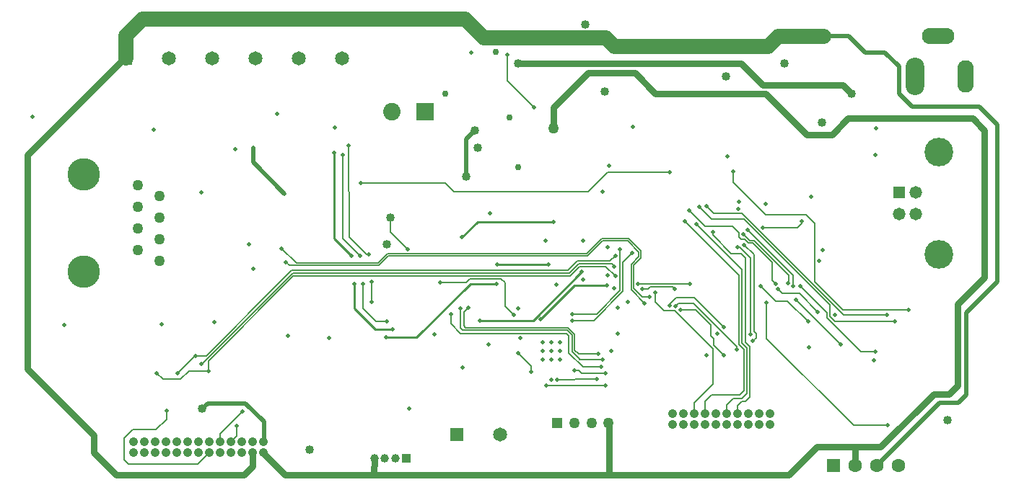
<source format=gbr>
%TF.GenerationSoftware,KiCad,Pcbnew,7.0.1*%
%TF.CreationDate,2023-06-09T14:16:41-07:00*%
%TF.ProjectId,Engine-Controller,456e6769-6e65-42d4-936f-6e74726f6c6c,1.0*%
%TF.SameCoordinates,Original*%
%TF.FileFunction,Copper,L4,Bot*%
%TF.FilePolarity,Positive*%
%FSLAX46Y46*%
G04 Gerber Fmt 4.6, Leading zero omitted, Abs format (unit mm)*
G04 Created by KiCad (PCBNEW 7.0.1) date 2023-06-09 14:16:41*
%MOMM*%
%LPD*%
G01*
G04 APERTURE LIST*
%TA.AperFunction,ComponentPad*%
%ADD10C,0.500000*%
%TD*%
%TA.AperFunction,ComponentPad*%
%ADD11C,1.066800*%
%TD*%
%TA.AperFunction,ComponentPad*%
%ADD12C,3.810000*%
%TD*%
%TA.AperFunction,ComponentPad*%
%ADD13C,1.270000*%
%TD*%
%TA.AperFunction,ComponentPad*%
%ADD14R,1.478000X1.478000*%
%TD*%
%TA.AperFunction,ComponentPad*%
%ADD15C,1.478000*%
%TD*%
%TA.AperFunction,ComponentPad*%
%ADD16C,3.366000*%
%TD*%
%TA.AperFunction,ComponentPad*%
%ADD17R,1.008000X1.008000*%
%TD*%
%TA.AperFunction,ComponentPad*%
%ADD18C,1.008000*%
%TD*%
%TA.AperFunction,ComponentPad*%
%ADD19R,2.050000X2.050000*%
%TD*%
%TA.AperFunction,ComponentPad*%
%ADD20C,2.050000*%
%TD*%
%TA.AperFunction,ComponentPad*%
%ADD21R,1.650000X1.650000*%
%TD*%
%TA.AperFunction,ComponentPad*%
%ADD22C,1.650000*%
%TD*%
%TA.AperFunction,ComponentPad*%
%ADD23R,1.258000X1.258000*%
%TD*%
%TA.AperFunction,ComponentPad*%
%ADD24C,1.258000*%
%TD*%
%TA.AperFunction,ComponentPad*%
%ADD25O,2.200000X4.400000*%
%TD*%
%TA.AperFunction,ComponentPad*%
%ADD26O,1.900000X3.800000*%
%TD*%
%TA.AperFunction,ComponentPad*%
%ADD27O,3.800000X1.900000*%
%TD*%
%TA.AperFunction,ComponentPad*%
%ADD28R,1.605000X1.605000*%
%TD*%
%TA.AperFunction,ComponentPad*%
%ADD29C,1.605000*%
%TD*%
%TA.AperFunction,ViaPad*%
%ADD30C,0.500000*%
%TD*%
%TA.AperFunction,ViaPad*%
%ADD31C,1.016000*%
%TD*%
%TA.AperFunction,ViaPad*%
%ADD32C,0.762000*%
%TD*%
%TA.AperFunction,ViaPad*%
%ADD33C,1.270000*%
%TD*%
%TA.AperFunction,Conductor*%
%ADD34C,0.177800*%
%TD*%
%TA.AperFunction,Conductor*%
%ADD35C,0.508000*%
%TD*%
%TA.AperFunction,Conductor*%
%ADD36C,0.762000*%
%TD*%
%TA.AperFunction,Conductor*%
%ADD37C,1.778000*%
%TD*%
%TA.AperFunction,Conductor*%
%ADD38C,0.254000*%
%TD*%
G04 APERTURE END LIST*
D10*
%TO.P,U14,21,GND*%
%TO.N,Earth*%
X148809200Y-135804400D03*
X148809200Y-136804400D03*
X148809200Y-137804400D03*
X149809200Y-135804400D03*
X149809200Y-136804400D03*
X149809200Y-137804400D03*
X150809200Y-135804400D03*
X150809200Y-136804400D03*
X150809200Y-137804400D03*
%TD*%
D11*
%TO.P,P8,1,1*%
%TO.N,5V*%
X116001800Y-147523200D03*
%TO.P,P8,2,2*%
X116001800Y-148793200D03*
%TO.P,P8,3,3*%
%TO.N,VIN*%
X114731800Y-147523200D03*
%TO.P,P8,4,4*%
X114731800Y-148793200D03*
%TO.P,P8,5,5*%
%TO.N,PT1+*%
X113461800Y-147523200D03*
%TO.P,P8,6,6*%
%TO.N,PT1-*%
X113461800Y-148793200D03*
%TO.P,P8,7,7*%
%TO.N,PT2+*%
X112191800Y-147523200D03*
%TO.P,P8,8,8*%
%TO.N,PT2-*%
X112191800Y-148793200D03*
%TO.P,P8,9,9*%
%TO.N,PT3+*%
X110921800Y-147523200D03*
%TO.P,P8,10,10*%
%TO.N,PT3-*%
X110921800Y-148793200D03*
%TO.P,P8,11,11*%
%TO.N,PT4+*%
X109651800Y-147523200D03*
%TO.P,P8,12,12*%
%TO.N,PT4-*%
X109651800Y-148793200D03*
%TO.P,P8,13,13*%
%TO.N,PT5+*%
X108381800Y-147523200D03*
%TO.P,P8,14,14*%
%TO.N,Earth*%
X108381800Y-148793200D03*
%TO.P,P8,15,15*%
%TO.N,PT6+*%
X107111800Y-147523200D03*
%TO.P,P8,16,16*%
%TO.N,Earth*%
X107111800Y-148793200D03*
%TO.P,P8,17,17*%
%TO.N,PT7+*%
X105841800Y-147523200D03*
%TO.P,P8,18,18*%
%TO.N,Earth*%
X105841800Y-148793200D03*
%TO.P,P8,19,19*%
%TO.N,PT8+*%
X104571800Y-147523200D03*
%TO.P,P8,20,20*%
%TO.N,Earth*%
X104571800Y-148793200D03*
%TO.P,P8,21,21*%
X103301800Y-147523200D03*
%TO.P,P8,22,22*%
X103301800Y-148793200D03*
%TO.P,P8,23,23*%
X102031800Y-147523200D03*
%TO.P,P8,24,24*%
X102031800Y-148793200D03*
%TO.P,P8,25,25*%
X100761800Y-147523200D03*
%TO.P,P8,26,26*%
X100761800Y-148793200D03*
%TD*%
D12*
%TO.P,P9,10*%
%TO.N,N/C*%
X94894400Y-127533400D03*
%TO.P,P9,9*%
X94894400Y-116103400D03*
D13*
%TO.P,P9,8*%
%TO.N,A*%
X103784400Y-126263400D03*
%TO.P,P9,7*%
%TO.N,B*%
X101244400Y-124993400D03*
%TO.P,P9,6*%
%TO.N,unconnected-(P9-Pad6)*%
X103784400Y-123723400D03*
%TO.P,P9,5*%
%TO.N,unconnected-(P9-Pad5)*%
X101244400Y-122453400D03*
%TO.P,P9,4*%
%TO.N,unconnected-(P9-Pad4)*%
X103784400Y-121183400D03*
%TO.P,P9,3*%
%TO.N,unconnected-(P9-Pad3)*%
X101244400Y-119913400D03*
%TO.P,P9,2*%
%TO.N,Y*%
X103784400Y-118643400D03*
%TO.P,P9,1*%
%TO.N,Z*%
X101244400Y-117373400D03*
%TD*%
D14*
%TO.P,P5,1,VCC*%
%TO.N,5V_USB*%
X190574500Y-118231600D03*
D15*
%TO.P,P5,2,D-*%
%TO.N,/Page2/D-*%
X190574500Y-120731600D03*
%TO.P,P5,3,D+*%
%TO.N,/Page2/D+*%
X192574500Y-120731600D03*
%TO.P,P5,4,GND*%
%TO.N,Earth*%
X192574500Y-118231600D03*
D16*
%TO.P,P5,S1,SHIELD*%
X195284500Y-125501600D03*
%TO.P,P5,S2,SHIELD*%
X195284500Y-113461600D03*
%TD*%
D17*
%TO.P,P17,1,+12V*%
%TO.N,Earth*%
X132761200Y-149420500D03*
D18*
%TO.P,P17,2,GND*%
%TO.N,/Sensors/LC+*%
X131511200Y-149420500D03*
%TO.P,P17,3,3*%
%TO.N,/Sensors/LC-*%
X130261200Y-149420500D03*
%TO.P,P17,4,4*%
%TO.N,5V*%
X129011200Y-149420500D03*
%TD*%
D19*
%TO.P,P7,1,1*%
%TO.N,V_HEAD*%
X134991700Y-108682900D03*
D20*
%TO.P,P7,2,2*%
%TO.N,Earth*%
X131031700Y-108682900D03*
%TD*%
D21*
%TO.P,P2,1,5*%
%TO.N,VIN*%
X99847400Y-102412800D03*
D22*
%TO.P,P2,2,6*%
%TO.N,Net-(P2A-6)*%
X104927400Y-102412800D03*
%TO.P,P2,3,5*%
%TO.N,SP_CONT*%
X110007400Y-102412800D03*
%TO.P,P2,4,6*%
%TO.N,Earth*%
X115087400Y-102412800D03*
%TO.P,P2,5,5*%
%TO.N,NOZ_CONT*%
X120167400Y-102412800D03*
%TO.P,P2,6,6*%
%TO.N,Earth*%
X125247400Y-102412800D03*
%TD*%
D11*
%TO.P,P3,1,1*%
%TO.N,3.3V*%
X175463200Y-144159350D03*
%TO.P,P3,2,2*%
X175463200Y-145429350D03*
%TO.P,P3,3,3*%
%TO.N,Earth*%
X174193200Y-144159350D03*
%TO.P,P3,4,4*%
X174193200Y-145429350D03*
%TO.P,P3,5,5*%
X172923200Y-144159350D03*
%TO.P,P3,6,6*%
X172923200Y-145429350D03*
%TO.P,P3,7,7*%
%TO.N,SWDIO*%
X171653200Y-144159350D03*
%TO.P,P3,8,8*%
%TO.N,Earth*%
X171653200Y-145429350D03*
%TO.P,P3,9,9*%
%TO.N,SWCLK*%
X170383200Y-144159350D03*
%TO.P,P3,10,10*%
%TO.N,Earth*%
X170383200Y-145429350D03*
%TO.P,P3,11,11*%
%TO.N,unconnected-(P3-Pad11)*%
X169113200Y-144159350D03*
%TO.P,P3,12,12*%
%TO.N,Earth*%
X169113200Y-145429350D03*
%TO.P,P3,13,13*%
%TO.N,SWO*%
X167843200Y-144159350D03*
%TO.P,P3,14,14*%
%TO.N,Earth*%
X167843200Y-145429350D03*
%TO.P,P3,15,15*%
%TO.N,NRST*%
X166573200Y-144159350D03*
%TO.P,P3,16,16*%
%TO.N,Earth*%
X166573200Y-145429350D03*
%TO.P,P3,17,17*%
%TO.N,unconnected-(P3-Pad17)*%
X165303200Y-144159350D03*
%TO.P,P3,18,18*%
%TO.N,Earth*%
X165303200Y-145429350D03*
%TO.P,P3,19,19*%
%TO.N,unconnected-(P3-Pad19)*%
X164033200Y-144159350D03*
%TO.P,P3,20,20*%
%TO.N,Earth*%
X164033200Y-145429350D03*
%TD*%
D23*
%TO.P,P6,1,+12V*%
%TO.N,Earth*%
X150492200Y-145326400D03*
D24*
%TO.P,P6,2,GND*%
%TO.N,ValveCtrl_RX*%
X152492200Y-145326400D03*
%TO.P,P6,3,3*%
%TO.N,ValveCtrl_TX*%
X154492200Y-145326400D03*
%TO.P,P6,4,4*%
%TO.N,5V*%
X156492200Y-145326400D03*
%TD*%
D25*
%TO.P,P1,1*%
%TO.N,Net-(D5-Pad2)*%
X192443200Y-104546400D03*
D26*
%TO.P,P1,2*%
%TO.N,Earth*%
X198398200Y-104546400D03*
D27*
%TO.P,P1,3,MountPin*%
X195148200Y-99856400D03*
%TD*%
D21*
%TO.P,P11,1,5*%
%TO.N,/Sensors/TC+*%
X138709400Y-146685000D03*
D22*
%TO.P,P11,2,6*%
%TO.N,/Sensors/TC-*%
X143789400Y-146685000D03*
%TD*%
D28*
%TO.P,P18,1,+12V*%
%TO.N,3.3V*%
X182905400Y-150266400D03*
D29*
%TO.P,P18,2,GND*%
%TO.N,5V*%
X185445400Y-150266400D03*
%TO.P,P18,3,3*%
%TO.N,VIN*%
X187985400Y-150266400D03*
%TO.P,P18,4,4*%
%TO.N,Earth*%
X190525400Y-150266400D03*
%TD*%
D30*
%TO.N,PT_MUX_C*%
X109550200Y-139166600D03*
%TO.N,Earth*%
X123672600Y-135280400D03*
X112730000Y-113126800D03*
X108712000Y-118211600D03*
%TO.N,3.3V*%
X124358400Y-110566200D03*
X117652800Y-108966000D03*
%TO.N,5V*%
X114808000Y-112979200D03*
X118491000Y-118338600D03*
%TO.N,Earth*%
X88950800Y-109321600D03*
%TO.N,USB_DETECT*%
X127457200Y-117119400D03*
%TO.N,Earth*%
X103174800Y-110820200D03*
%TO.N,RS485_TX*%
X118160800Y-124764800D03*
%TO.N,RS485_RX*%
X118668800Y-126390400D03*
%TO.N,SDA*%
X157861000Y-124917200D03*
%TO.N,SCL*%
X159258000Y-125349000D03*
%TO.N,RS485_RX*%
X160731200Y-131241800D03*
%TO.N,RS485_TX*%
X161290000Y-130479800D03*
%TO.N,Earth*%
X92633800Y-133807200D03*
D31*
%TO.N,5V*%
X108813600Y-143637000D03*
D30*
%TO.N,PT_MUX_C*%
X103505000Y-139420600D03*
%TO.N,PT_MUX_A*%
X108026200Y-137414000D03*
X105918000Y-139471400D03*
%TO.N,PT_MUX_B*%
X108737400Y-138328400D03*
%TO.N,Earth*%
X110236000Y-133477000D03*
X104063800Y-133680200D03*
X118922800Y-135026400D03*
%TO.N,PT*%
X130429000Y-135229600D03*
D31*
%TO.N,Earth*%
X121462800Y-148437600D03*
D30*
%TO.N,PT4-*%
X104622600Y-143865600D03*
%TO.N,PT3+*%
X113512600Y-143916400D03*
%TO.N,PT2+*%
X112877600Y-145643600D03*
%TO.N,3.3V*%
X114833400Y-127152400D03*
%TO.N,Earth*%
X114350800Y-124333000D03*
X133121400Y-143586200D03*
X139395200Y-138785600D03*
X180035200Y-136423400D03*
D31*
X130441700Y-124294900D03*
D30*
X181610000Y-124968000D03*
X187909200Y-110642400D03*
D32*
X144856200Y-109372400D03*
D30*
X171692200Y-120128400D03*
D32*
X137337800Y-106603800D03*
D31*
X170256200Y-104546400D03*
X181559200Y-110007400D03*
D30*
X181229000Y-126212600D03*
D31*
X177114200Y-103022400D03*
D30*
X167970200Y-137312400D03*
D31*
X156032200Y-106324400D03*
D30*
X142570200Y-120650000D03*
X157175200Y-129438400D03*
X156794200Y-136804400D03*
X174967000Y-119546000D03*
D31*
X153746200Y-98450400D03*
D30*
X146126200Y-135280400D03*
X149072600Y-123901200D03*
X153492200Y-123850400D03*
D32*
X145858200Y-115228400D03*
X143261200Y-101681400D03*
D30*
X142443200Y-136042400D03*
X180242200Y-118690400D03*
X170408600Y-113995200D03*
X136093200Y-134899400D03*
X156564700Y-115062900D03*
X150381600Y-128993000D03*
D31*
X196285800Y-144912400D03*
D30*
%TO.N,3.3V*%
X156397200Y-124628400D03*
X183083200Y-132613400D03*
X145872200Y-131851400D03*
X149809200Y-140233400D03*
X187782200Y-113817400D03*
X157556200Y-134772400D03*
X187638600Y-137930800D03*
D31*
X141173200Y-112928400D03*
D30*
X169240200Y-134772400D03*
X140411200Y-101752400D03*
X171780200Y-119278400D03*
X155778200Y-118135400D03*
X159334200Y-110515400D03*
%TO.N,SWCLK*%
X166827200Y-121945400D03*
%TO.N,SWDIO*%
X168732200Y-122834400D03*
D33*
%TO.N,5V*%
X150063200Y-110642400D03*
D31*
X140792200Y-110896400D03*
X139776200Y-116357400D03*
D30*
%TO.N,SDA*%
X152222200Y-132486400D03*
%TO.N,SCL*%
X152222200Y-133248400D03*
D31*
%TO.N,A3.3V*%
X130886200Y-121183400D03*
D30*
X156342200Y-129128400D03*
X148539200Y-133121400D03*
X145364200Y-132613400D03*
X132918200Y-124866400D03*
X136728200Y-128803400D03*
%TO.N,/Sensors/TC+*%
X145872680Y-137057920D03*
X147433200Y-139254400D03*
%TO.N,SD_DAT2*%
X189179200Y-132613400D03*
X167970200Y-119786400D03*
%TO.N,SD_DAT3*%
X167144700Y-119849900D03*
X190068200Y-133375400D03*
%TO.N,SD_CMD*%
X165938200Y-120294400D03*
X187782200Y-136931400D03*
X179019200Y-129184400D03*
X176098200Y-128930400D03*
%TO.N,SD_CLK*%
X191719200Y-131978400D03*
X171145200Y-115722400D03*
%TO.N,SD_DAT0*%
X171653200Y-124612400D03*
X173177200Y-134899400D03*
%TO.N,SD_DAT1*%
X173431200Y-135661400D03*
X172415200Y-124358400D03*
%TO.N,PT5+*%
X153492200Y-128422400D03*
%TO.N,PT6+*%
X156413200Y-127914400D03*
%TO.N,PT7+*%
X157556200Y-131724400D03*
%TO.N,PT8+*%
X158775400Y-131089400D03*
%TO.N,SD_DETECT*%
X175043200Y-131128400D03*
X189214600Y-145532000D03*
%TO.N,FLASH_MOSI*%
X183718200Y-136042400D03*
X178511200Y-130835400D03*
%TO.N,FLASH_WP*%
X174320200Y-129184400D03*
X179908200Y-133375400D03*
%TO.N,STATUS_B*%
X170002200Y-137312400D03*
X164922200Y-131978400D03*
%TO.N,STATUS_G*%
X164350700Y-131533900D03*
X171526200Y-136677400D03*
%TO.N,STATUS_R*%
X163652200Y-131470400D03*
X170002200Y-134010400D03*
%TO.N,FLASH_HOLD*%
X181051200Y-132232400D03*
X176352200Y-129565400D03*
%TO.N,USB_DETECT*%
X163652200Y-115849400D03*
D31*
%TO.N,5V_USB*%
X184988200Y-106578400D03*
X145872200Y-103022400D03*
D30*
%TO.N,5V_SRC*%
X144602200Y-102006400D03*
X147777200Y-108229400D03*
%TO.N,NRST*%
X162001200Y-129946400D03*
D33*
%TO.N,VIN*%
X181705250Y-99802950D03*
D30*
%TO.N,FIRE*%
X149999200Y-121628400D03*
X139268200Y-123469400D03*
%TO.N,PT*%
X143475200Y-126628400D03*
X149444200Y-126628400D03*
X143332200Y-128930400D03*
%TO.N,LC*%
X153365200Y-127533400D03*
X141427200Y-133248400D03*
%TO.N,SWO*%
X165430200Y-121564400D03*
%TO.N,TC_ALERT*%
X152476200Y-139090400D03*
X156159200Y-139471400D03*
%TO.N,TC_OC*%
X150459200Y-140218400D03*
X155143200Y-140106400D03*
%TO.N,TC_SC*%
X156174200Y-140853400D03*
X149159200Y-140853400D03*
%TO.N,SP_CONT*%
X124282200Y-113563400D03*
X126695200Y-128930400D03*
X131140200Y-134264400D03*
X155651200Y-138709400D03*
X137998200Y-132486400D03*
X126314200Y-125628400D03*
%TO.N,NOZ_CONT*%
X139141200Y-131851400D03*
X155778200Y-137820400D03*
X130505200Y-133375400D03*
X125298200Y-113766600D03*
X127330200Y-125628400D03*
X127711200Y-128930400D03*
%TO.N,PT_MUX_A*%
X157302200Y-125628400D03*
%TO.N,~{USB_SUSPEND}*%
X179146200Y-121564400D03*
X174574200Y-122326400D03*
%TO.N,E_CONT*%
X140030200Y-131724400D03*
X128727200Y-131089400D03*
X126034800Y-112699800D03*
X128346200Y-125501400D03*
X155270200Y-137185400D03*
X128727200Y-128676400D03*
%TO.N,RX_USB*%
X172328200Y-123128400D03*
X177518600Y-128826800D03*
%TO.N,TX_USB*%
X172844200Y-122628400D03*
X178130200Y-129184400D03*
%TO.N,PT_MUX_B*%
X166065200Y-128930400D03*
X157175200Y-126898400D03*
X159969200Y-128930400D03*
%TO.N,PT_MUX_C*%
X164287200Y-129565400D03*
X157302200Y-128041400D03*
X160477200Y-129565400D03*
%TD*%
D34*
%TO.N,NOZ_CONT*%
X125298200Y-113766600D02*
X125298200Y-123596400D01*
X125298200Y-123596400D02*
X127330200Y-125628400D01*
D35*
%TO.N,5V*%
X118491000Y-118338600D02*
X114808000Y-114655600D01*
X114808000Y-114655600D02*
X114808000Y-112979200D01*
D34*
%TO.N,USB_DETECT*%
X127457200Y-117119400D02*
X137363200Y-117119400D01*
X137363200Y-117119400D02*
X138379200Y-118135400D01*
X138379200Y-118135400D02*
X154127200Y-118135400D01*
X154127200Y-118135400D02*
X156413200Y-115849400D01*
X156413200Y-115849400D02*
X163652200Y-115849400D01*
%TO.N,E_CONT*%
X126060200Y-123469400D02*
X128092200Y-125501400D01*
X126034800Y-112699800D02*
X126060200Y-123469400D01*
X128092200Y-125501400D02*
X128346200Y-125501400D01*
%TO.N,RS485_TX*%
X161290000Y-130479800D02*
X160477200Y-130479800D01*
X160477200Y-130479800D02*
X159461200Y-129463800D01*
X159461200Y-129463800D02*
X159461200Y-126746000D01*
X160312474Y-125058022D02*
X158850852Y-123596400D01*
X159461200Y-126746000D02*
X160312474Y-125894726D01*
X160312474Y-125894726D02*
X160312474Y-125058022D01*
X158850852Y-123596400D02*
X155702748Y-123596400D01*
X155702748Y-123596400D02*
X153924748Y-125374400D01*
X153924748Y-125374400D02*
X130531348Y-125374400D01*
X130531348Y-125374400D02*
X129439148Y-126466600D01*
X129439148Y-126466600D02*
X119862600Y-126466600D01*
X119862600Y-126466600D02*
X118160800Y-124764800D01*
%TO.N,RS485_RX*%
X160731200Y-131241800D02*
X159156400Y-129667000D01*
X159156400Y-126619748D02*
X160007674Y-125768474D01*
X129565400Y-126771400D02*
X119049800Y-126771400D01*
X119049800Y-126771400D02*
X118668800Y-126390400D01*
X159156400Y-129667000D02*
X159156400Y-126619748D01*
X154051000Y-125679200D02*
X130657600Y-125679200D01*
X160007674Y-125768474D02*
X160007674Y-125184274D01*
X158724600Y-123901200D02*
X155829000Y-123901200D01*
X160007674Y-125184274D02*
X158724600Y-123901200D01*
X155829000Y-123901200D02*
X154051000Y-125679200D01*
X130657600Y-125679200D02*
X129565400Y-126771400D01*
%TO.N,SDA*%
X157861000Y-124917200D02*
X157849013Y-129731213D01*
X157849013Y-129731213D02*
X155093826Y-132486400D01*
X155093826Y-132486400D02*
X152222200Y-132486400D01*
%TO.N,SCL*%
X158191200Y-129819400D02*
X158191200Y-126415800D01*
X158191200Y-126415800D02*
X159258000Y-125349000D01*
D36*
%TO.N,5V*%
X156565600Y-151409400D02*
X156565600Y-145237200D01*
X177622200Y-151409400D02*
X156565600Y-151409400D01*
X156565600Y-151409400D02*
X154000200Y-151409400D01*
%TO.N,VIN*%
X114731800Y-148793200D02*
X114731800Y-150393400D01*
X114731800Y-150393400D02*
X113741200Y-151384000D01*
X113741200Y-151384000D02*
X98704400Y-151384000D01*
X98704400Y-151384000D02*
X96088200Y-148767800D01*
X96088200Y-148767800D02*
X96088200Y-146710400D01*
X96088200Y-146710400D02*
X88341200Y-138963400D01*
X88341200Y-138963400D02*
X88341200Y-113817400D01*
X88341200Y-113817400D02*
X99695000Y-102463600D01*
D37*
X139649200Y-97815400D02*
X104927400Y-97815400D01*
X99847400Y-99720400D02*
X99847400Y-102362000D01*
X104927400Y-97815400D02*
X101752400Y-97815400D01*
X101752400Y-97815400D02*
X99847400Y-99720400D01*
X181705250Y-99802950D02*
X176396650Y-99802950D01*
X176396650Y-99802950D02*
X175209200Y-100990400D01*
X175209200Y-100990400D02*
X157175200Y-100990400D01*
X157175200Y-100990400D02*
X156159200Y-99974400D01*
X156159200Y-99974400D02*
X141808200Y-99974400D01*
X141808200Y-99974400D02*
X139649200Y-97815400D01*
D35*
%TO.N,5V*%
X113919000Y-143002000D02*
X116078000Y-145161000D01*
X108813600Y-143637000D02*
X109448600Y-143002000D01*
X109448600Y-143002000D02*
X113919000Y-143002000D01*
X116078000Y-145161000D02*
X116078000Y-147447000D01*
D34*
%TO.N,PT_MUX_C*%
X106273600Y-140157200D02*
X104241600Y-140157200D01*
X109550200Y-139166600D02*
X107264200Y-139166600D01*
X107264200Y-139166600D02*
X106273600Y-140157200D01*
X104241600Y-140157200D02*
X103505000Y-139420600D01*
%TO.N,PT_MUX_A*%
X108001548Y-137389348D02*
X108000052Y-137389348D01*
X108026200Y-137414000D02*
X108001548Y-137389348D01*
X108050852Y-137389348D02*
X108026200Y-137414000D01*
X157302200Y-125628400D02*
X156667200Y-126263400D01*
X156667200Y-126263400D02*
X152857200Y-126263400D01*
X152857200Y-126263400D02*
X151764520Y-127356080D01*
X119303320Y-127356080D02*
X117729000Y-128930400D01*
X151764520Y-127356080D02*
X119303320Y-127356080D01*
X117729000Y-128930400D02*
X117729000Y-128931896D01*
X117729000Y-128931896D02*
X109271548Y-137389348D01*
X109271548Y-137389348D02*
X108050852Y-137389348D01*
X108000052Y-137389348D02*
X105918000Y-139471400D01*
%TO.N,PT_MUX_B*%
X108737400Y-138328400D02*
X108763548Y-138328400D01*
X108763548Y-138328400D02*
X119431548Y-127660400D01*
X119431548Y-127660400D02*
X151918826Y-127660400D01*
X151918826Y-127660400D02*
X152985147Y-126594080D01*
X152985147Y-126594080D02*
X156870880Y-126594080D01*
X156870880Y-126594080D02*
X157175200Y-126898400D01*
%TO.N,PT_MUX_C*%
X109550200Y-139166600D02*
X109550200Y-137972800D01*
X109550200Y-137972800D02*
X119481600Y-128041400D01*
X119481600Y-128041400D02*
X151968200Y-128041400D01*
X151968200Y-128041400D02*
X153111200Y-126898400D01*
X153111200Y-126898400D02*
X156159200Y-126898400D01*
X156159200Y-126898400D02*
X157302200Y-128041400D01*
D38*
%TO.N,PT*%
X130429000Y-135229600D02*
X133985000Y-135229600D01*
X133985000Y-135229600D02*
X140284200Y-128930400D01*
X140284200Y-128930400D02*
X143332200Y-128930400D01*
D36*
%TO.N,5V*%
X129006600Y-149377400D02*
X128981200Y-151409400D01*
X129946400Y-151409400D02*
X118516400Y-151409400D01*
X118516400Y-151409400D02*
X115976400Y-148869400D01*
X129540000Y-151409400D02*
X129946400Y-151409400D01*
X129946400Y-151409400D02*
X150698200Y-151409400D01*
D34*
%TO.N,PT4-*%
X109651800Y-148793200D02*
X108305600Y-150139400D01*
X108305600Y-150139400D02*
X100203000Y-150139400D01*
X100203000Y-150139400D02*
X99695000Y-149631400D01*
X99695000Y-149631400D02*
X99695000Y-147040600D01*
X99695000Y-147040600D02*
X100660200Y-146075400D01*
X100660200Y-146075400D02*
X103403400Y-146075400D01*
X103403400Y-146075400D02*
X104622600Y-144856200D01*
X104622600Y-144856200D02*
X104622600Y-143865600D01*
%TO.N,PT3+*%
X110921800Y-147523200D02*
X110921800Y-146532600D01*
X110921800Y-146532600D02*
X113512600Y-143916400D01*
%TO.N,PT2+*%
X112191800Y-147523200D02*
X112877600Y-146837400D01*
X112877600Y-146837400D02*
X112877600Y-145643600D01*
%TO.N,SWCLK*%
X172161200Y-142392400D02*
X171145200Y-142392400D01*
X171145200Y-142392400D02*
X170383200Y-143154400D01*
X172745880Y-136500080D02*
X172745880Y-141807720D01*
X172161200Y-135915400D02*
X172745880Y-136500080D01*
X170383200Y-143154400D02*
X170383200Y-143916400D01*
X172161200Y-127279400D02*
X172161200Y-135915400D01*
X166827200Y-121945400D02*
X172161200Y-127279400D01*
X172745880Y-141807720D02*
X172161200Y-142392400D01*
%TO.N,SWDIO*%
X172542200Y-135788400D02*
X173050200Y-136296400D01*
X171653200Y-143281400D02*
X171653200Y-144043400D01*
X172161200Y-142773400D02*
X171653200Y-143281400D01*
X168732200Y-123215400D02*
X170891200Y-125374400D01*
X173050200Y-142265400D02*
X172542200Y-142773400D01*
X168732200Y-122834400D02*
X168732200Y-123215400D01*
X172542200Y-125882400D02*
X172542200Y-135788400D01*
X170891200Y-125374400D02*
X172034200Y-125374400D01*
X172034200Y-125374400D02*
X172542200Y-125882400D01*
X172542200Y-142773400D02*
X172161200Y-142773400D01*
X173050200Y-136296400D02*
X173050200Y-142265400D01*
D36*
%TO.N,5V*%
X197434200Y-140868400D02*
X197434200Y-131343400D01*
X179781200Y-111404400D02*
X174955200Y-106578400D01*
X199212200Y-109499400D02*
X184607200Y-109499400D01*
X194640200Y-141884400D02*
X196418200Y-141884400D01*
X184607200Y-109499400D02*
X182702200Y-111404400D01*
X185369200Y-148107400D02*
X188417200Y-148107400D01*
X185445400Y-150266400D02*
X185445400Y-148183600D01*
D35*
X139776200Y-116357400D02*
X139776200Y-111912400D01*
D36*
X174955200Y-106578400D02*
X166446200Y-106578400D01*
X200609200Y-128168400D02*
X200609200Y-110896400D01*
X180924200Y-148107400D02*
X177622200Y-151409400D01*
X154000200Y-151409400D02*
X150698200Y-151409400D01*
X154127200Y-104165400D02*
X150063200Y-108229400D01*
X159588200Y-104165400D02*
X154127200Y-104165400D01*
X196418200Y-141884400D02*
X197434200Y-140868400D01*
X185445400Y-148183600D02*
X185369200Y-148107400D01*
X197434200Y-131343400D02*
X200609200Y-128168400D01*
X188417200Y-148107400D02*
X194640200Y-141884400D01*
X182702200Y-111404400D02*
X179781200Y-111404400D01*
X166446200Y-106578400D02*
X162001200Y-106578400D01*
X162001200Y-106578400D02*
X159588200Y-104165400D01*
X185369200Y-148107400D02*
X180924200Y-148107400D01*
X150063200Y-108229400D02*
X150063200Y-110642400D01*
D35*
X139776200Y-111912400D02*
X140792200Y-110896400D01*
D36*
X200609200Y-110896400D02*
X199212200Y-109499400D01*
D34*
%TO.N,SCL*%
X152222200Y-133248400D02*
X154762200Y-133248400D01*
X154762200Y-133248400D02*
X158191200Y-129819400D01*
%TO.N,A3.3V*%
X144348200Y-128803400D02*
X144348200Y-131597400D01*
X143890520Y-128345720D02*
X144348200Y-128803400D01*
X136728200Y-128803400D02*
X139776200Y-128803400D01*
X139776200Y-128803400D02*
X140233880Y-128345720D01*
X130886200Y-122834400D02*
X130886200Y-121183400D01*
X140233880Y-128345720D02*
X143890520Y-128345720D01*
D38*
X152532200Y-129128400D02*
X148539200Y-133121400D01*
D34*
X132918200Y-124866400D02*
X130886200Y-122834400D01*
D38*
X156342200Y-129128400D02*
X152532200Y-129128400D01*
D34*
X144348200Y-131597400D02*
X145364200Y-132613400D01*
%TO.N,/Sensors/TC+*%
X147433200Y-139254400D02*
X147433200Y-138618440D01*
X147433200Y-138618440D02*
X145872680Y-137057920D01*
%TO.N,SD_DAT2*%
X167970200Y-119786400D02*
X168859200Y-120675400D01*
X172161200Y-120675400D02*
X184099200Y-132613400D01*
X184099200Y-132613400D02*
X189179200Y-132613400D01*
X168859200Y-120675400D02*
X172161200Y-120675400D01*
%TO.N,SD_DAT3*%
X182448200Y-131392774D02*
X182448200Y-132740400D01*
X182448200Y-132740400D02*
X183083200Y-133375400D01*
X168605200Y-121310400D02*
X172365826Y-121310400D01*
X167144700Y-119849900D02*
X168605200Y-121310400D01*
X172365826Y-121310400D02*
X182448200Y-131392774D01*
X183083200Y-133375400D02*
X190068200Y-133375400D01*
%TO.N,SD_CMD*%
X172924147Y-124154720D02*
X173432146Y-124154720D01*
X182143880Y-132309080D02*
X182143880Y-132944080D01*
X186131200Y-136931400D02*
X187782200Y-136931400D01*
X175717200Y-126439774D02*
X175717200Y-128549400D01*
X171018200Y-122199400D02*
X171780200Y-122961400D01*
X182143880Y-132944080D02*
X186131200Y-136931400D01*
X173432146Y-124154720D02*
X175717200Y-126439774D01*
X172492826Y-123723400D02*
X172924147Y-124154720D01*
X171780200Y-123469400D02*
X172034200Y-123723400D01*
X167843200Y-122199400D02*
X171018200Y-122199400D01*
X172034200Y-123723400D02*
X172492826Y-123723400D01*
X179019200Y-129184400D02*
X182143880Y-132309080D01*
X165938200Y-120294400D02*
X167843200Y-122199400D01*
X175717200Y-128549400D02*
X176098200Y-128930400D01*
X171780200Y-122961400D02*
X171780200Y-123469400D01*
%TO.N,SD_CLK*%
X183972200Y-131978400D02*
X191719200Y-131978400D01*
X171145200Y-115722400D02*
X171145200Y-116992400D01*
X179654200Y-120802400D02*
X180670200Y-121818400D01*
X171145200Y-116992400D02*
X174955200Y-120802400D01*
X180670200Y-121818400D02*
X180670200Y-128676400D01*
X180670200Y-128676400D02*
X183972200Y-131978400D01*
X174955200Y-120802400D02*
X179654200Y-120802400D01*
%TO.N,SD_DAT0*%
X173177200Y-134899400D02*
X173177200Y-125882400D01*
X173177200Y-125882400D02*
X171907200Y-124612400D01*
X171907200Y-124612400D02*
X171653200Y-124612400D01*
%TO.N,SD_DAT1*%
X173558200Y-125501400D02*
X173558200Y-134518400D01*
X173812200Y-135280400D02*
X173431200Y-135661400D01*
X172415200Y-124358400D02*
X173558200Y-125501400D01*
X173558200Y-134518400D02*
X173812200Y-134772400D01*
X173812200Y-134772400D02*
X173812200Y-135280400D01*
%TO.N,SD_DETECT*%
X185242200Y-145567400D02*
X189179200Y-145567400D01*
X175043200Y-135368400D02*
X185242200Y-145567400D01*
X175043200Y-131128400D02*
X175043200Y-135368400D01*
%TO.N,FLASH_MOSI*%
X181749700Y-134073900D02*
X183718200Y-136042400D01*
X178511200Y-130835400D02*
X181749700Y-134073900D01*
%TO.N,FLASH_WP*%
X176098200Y-130962400D02*
X177495200Y-130962400D01*
X177495200Y-130962400D02*
X179908200Y-133375400D01*
X174320200Y-129184400D02*
X176098200Y-130962400D01*
%TO.N,STATUS_B*%
X164922200Y-131978400D02*
X166700200Y-131978400D01*
X168859200Y-136169400D02*
X170002200Y-137312400D01*
X168859200Y-135407400D02*
X168859200Y-136169400D01*
X168478200Y-135026400D02*
X168859200Y-135407400D01*
X166700200Y-131978400D02*
X168478200Y-133756400D01*
X168478200Y-133756400D02*
X168478200Y-135026400D01*
%TO.N,STATUS_G*%
X171526200Y-136423400D02*
X171526200Y-136677400D01*
X171526200Y-136296400D02*
X171526200Y-136423400D01*
X164668200Y-131216400D02*
X166446200Y-131216400D01*
X164350700Y-131533900D02*
X164668200Y-131216400D01*
X166446200Y-131216400D02*
X171526200Y-136296400D01*
%TO.N,STATUS_R*%
X163652200Y-131343400D02*
X163652200Y-131470400D01*
X164414200Y-130581400D02*
X163652200Y-131343400D01*
X170002200Y-134010400D02*
X166573200Y-130581400D01*
X166573200Y-130581400D02*
X164414200Y-130581400D01*
%TO.N,FLASH_HOLD*%
X176860200Y-130073400D02*
X178892200Y-130073400D01*
X176352200Y-129565400D02*
X176860200Y-130073400D01*
X178892200Y-130073400D02*
X181051200Y-132232400D01*
D36*
%TO.N,5V_USB*%
X172034200Y-103022400D02*
X174574200Y-105562400D01*
X145872200Y-103022400D02*
X172034200Y-103022400D01*
X183972200Y-105562400D02*
X184988200Y-106578400D01*
X174574200Y-105562400D02*
X183972200Y-105562400D01*
D34*
%TO.N,5V_SRC*%
X144602200Y-105054400D02*
X144602200Y-102006400D01*
X147777200Y-108229400D02*
X144602200Y-105054400D01*
%TO.N,NRST*%
X162001200Y-130962400D02*
X162001200Y-129946400D01*
X166573200Y-142900400D02*
X168732200Y-140741400D01*
X166573200Y-144159350D02*
X166573200Y-142900400D01*
X163017200Y-132105400D02*
X162001200Y-131089400D01*
X168732200Y-140741400D02*
X168732200Y-136550400D01*
X164287200Y-132105400D02*
X163017200Y-132105400D01*
X162001200Y-131089400D02*
X162001200Y-130962400D01*
X168732200Y-136550400D02*
X164287200Y-132105400D01*
D35*
%TO.N,VIN*%
X202133200Y-128676400D02*
X202133200Y-110261400D01*
X199974200Y-108102400D02*
X192100200Y-108102400D01*
X195351400Y-142900400D02*
X197561200Y-142900400D01*
X184689750Y-99802950D02*
X181705250Y-99802950D01*
X202133200Y-110261400D02*
X199974200Y-108102400D01*
X192100200Y-108102400D02*
X190576200Y-106578400D01*
X190576200Y-106578400D02*
X190576200Y-103403400D01*
X197561200Y-142900400D02*
X198450200Y-142011400D01*
X190576200Y-103403400D02*
X188925200Y-101752400D01*
X186639200Y-101752400D02*
X184689750Y-99802950D01*
X187985400Y-150266400D02*
X195351400Y-142900400D01*
X198450200Y-132359400D02*
X202133200Y-128676400D01*
X188925200Y-101752400D02*
X186639200Y-101752400D01*
X198450200Y-142011400D02*
X198450200Y-132359400D01*
D38*
%TO.N,FIRE*%
X141109200Y-121628400D02*
X139268200Y-123469400D01*
X149999200Y-121628400D02*
X141109200Y-121628400D01*
%TO.N,PT*%
X149444200Y-126628400D02*
X143475200Y-126628400D01*
%TO.N,LC*%
X147650200Y-133248400D02*
X141427200Y-133248400D01*
X153365200Y-127533400D02*
X147650200Y-133248400D01*
D34*
%TO.N,SWO*%
X165430200Y-121564400D02*
X171780200Y-127914400D01*
X171780200Y-136042400D02*
X172415200Y-136677400D01*
X172415200Y-141503400D02*
X171907200Y-142011400D01*
X167843200Y-142773400D02*
X167843200Y-143916400D01*
X171907200Y-142011400D02*
X168605200Y-142011400D01*
X172415200Y-136677400D02*
X172415200Y-141503400D01*
X171780200Y-127914400D02*
X171780200Y-136042400D01*
X168605200Y-142011400D02*
X167843200Y-142773400D01*
%TO.N,TC_ALERT*%
X152476200Y-139090400D02*
X152984200Y-139090400D01*
X153365200Y-139471400D02*
X156159200Y-139471400D01*
X152984200Y-139090400D02*
X153365200Y-139471400D01*
%TO.N,TC_OC*%
X152476200Y-140233400D02*
X150474200Y-140233400D01*
X152603200Y-140106400D02*
X152476200Y-140233400D01*
X150474200Y-140233400D02*
X150459200Y-140218400D01*
X155143200Y-140106400D02*
X152603200Y-140106400D01*
%TO.N,TC_SC*%
X149159200Y-140853400D02*
X156174200Y-140853400D01*
D38*
%TO.N,SP_CONT*%
X129108200Y-134264400D02*
X131140200Y-134264400D01*
D34*
X153492200Y-138709400D02*
X151841200Y-137058400D01*
X139141200Y-134772400D02*
X137998200Y-133629400D01*
X151841200Y-135026400D02*
X151587200Y-134772400D01*
D38*
X126695200Y-131851400D02*
X129108200Y-134264400D01*
X124282200Y-123596400D02*
X126314200Y-125628400D01*
D34*
X137998200Y-133629400D02*
X137998200Y-132486400D01*
X151841200Y-137058400D02*
X151841200Y-135026400D01*
X155651200Y-138709400D02*
X153492200Y-138709400D01*
X151587200Y-134772400D02*
X139141200Y-134772400D01*
D38*
X124282200Y-113563400D02*
X124282200Y-123596400D01*
X126695200Y-128930400D02*
X126695200Y-131851400D01*
D34*
%TO.N,NOZ_CONT*%
X153111200Y-137820400D02*
X153047700Y-137756900D01*
X139141200Y-134137400D02*
X139395200Y-134391400D01*
X152222200Y-134977027D02*
X152222200Y-136931400D01*
X127711200Y-128930400D02*
X127711200Y-131851400D01*
X155778200Y-137820400D02*
X153111200Y-137820400D01*
X127711200Y-131851400D02*
X129235200Y-133375400D01*
X129235200Y-133375400D02*
X130505200Y-133375400D01*
X139395200Y-134391400D02*
X151636573Y-134391400D01*
X151636573Y-134391400D02*
X152222200Y-134977027D01*
X152222200Y-136931400D02*
X153047700Y-137756900D01*
X139141200Y-131851400D02*
X139141200Y-134137400D01*
%TO.N,~{USB_SUSPEND}*%
X177114200Y-122326400D02*
X178638200Y-122326400D01*
X178638200Y-122326400D02*
X179146200Y-121818400D01*
X179146200Y-121818400D02*
X179146200Y-121564400D01*
X174574200Y-122326400D02*
X177114200Y-122326400D01*
%TO.N,E_CONT*%
X139522200Y-132232400D02*
X140030200Y-131724400D01*
X155270200Y-137185400D02*
X152984200Y-137185400D01*
X128727200Y-131089400D02*
X128727200Y-128676400D01*
X152984200Y-137185400D02*
X152526520Y-136727720D01*
X152526520Y-134850974D02*
X151762626Y-134087080D01*
X151762626Y-134087080D02*
X139725880Y-134087080D01*
X152526520Y-136727720D02*
X152526520Y-134850974D01*
X139522200Y-133883400D02*
X139522200Y-132232400D01*
X139725880Y-134087080D02*
X139522200Y-133883400D01*
%TO.N,RX_USB*%
X177622200Y-128723200D02*
X177518600Y-128826800D01*
X172328200Y-123128400D02*
X173050200Y-123850400D01*
X177622200Y-127914400D02*
X177622200Y-128723200D01*
X173558200Y-123850400D02*
X177622200Y-127914400D01*
X173050200Y-123850400D02*
X173558200Y-123850400D01*
%TO.N,TX_USB*%
X178130200Y-127914400D02*
X172844200Y-122628400D01*
X178130200Y-129184400D02*
X178130200Y-127914400D01*
%TO.N,PT_MUX_B*%
X159969200Y-128930400D02*
X166065200Y-128930400D01*
%TO.N,PT_MUX_C*%
X164033200Y-129311400D02*
X164287200Y-129565400D01*
X160477200Y-129565400D02*
X161112200Y-129565400D01*
X161366200Y-129311400D02*
X164033200Y-129311400D01*
X161112200Y-129565400D02*
X161366200Y-129311400D01*
%TD*%
M02*

</source>
